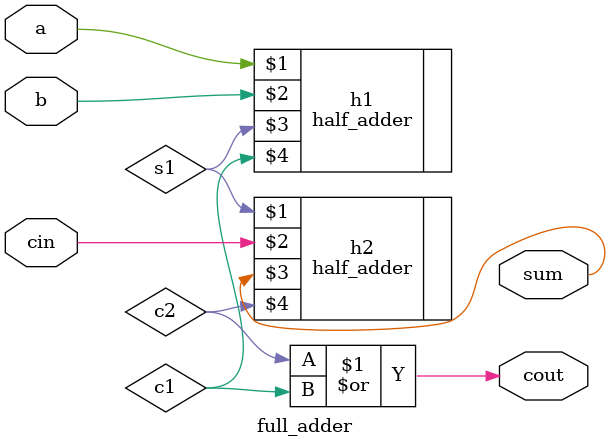
<source format=v>
`timescale 1ns / 1ps
module full_adder(a,b,cin,sum,cout);
    input a,b,cin;
	 wire s1,c1,c2;
    output sum,cout;
    half_adder h1(a,b,s1,c1);
	 half_adder h2(s1,cin,sum,c2);
	 or h3(cout,c2,c1);
	 endmodule

</source>
